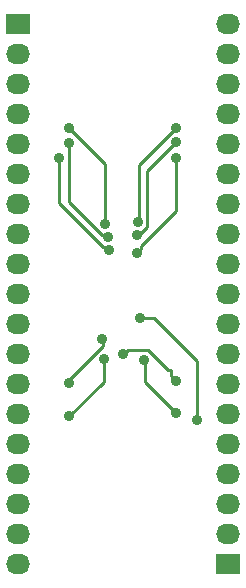
<source format=gbl>
G04 #@! TF.FileFunction,Copper,L2,Bot,Signal*
%FSLAX46Y46*%
G04 Gerber Fmt 4.6, Leading zero omitted, Abs format (unit mm)*
G04 Created by KiCad (PCBNEW (2015-02-18 BZR 5431)-product) date Sat Mar 14 17:37:27 2015*
%MOMM*%
G01*
G04 APERTURE LIST*
%ADD10C,0.100000*%
%ADD11R,2.032000X1.727200*%
%ADD12O,2.032000X1.727200*%
%ADD13C,0.889000*%
%ADD14C,0.254000*%
G04 APERTURE END LIST*
D10*
D11*
X118364000Y-142049500D03*
D12*
X118364000Y-139509500D03*
X118364000Y-136969500D03*
X118364000Y-134429500D03*
X118364000Y-131889500D03*
X118364000Y-129349500D03*
X118364000Y-126809500D03*
X118364000Y-124269500D03*
X118364000Y-121729500D03*
X118364000Y-119189500D03*
X118364000Y-116649500D03*
X118364000Y-114109500D03*
X118364000Y-111569500D03*
X118364000Y-109029500D03*
X118364000Y-106489500D03*
X118364000Y-103949500D03*
X118364000Y-101409500D03*
X118364000Y-98869500D03*
X118364000Y-96329500D03*
D11*
X100584000Y-96329500D03*
D12*
X100584000Y-98869500D03*
X100584000Y-101409500D03*
X100584000Y-103949500D03*
X100584000Y-106489500D03*
X100584000Y-109029500D03*
X100584000Y-111569500D03*
X100584000Y-114109500D03*
X100584000Y-116649500D03*
X100584000Y-119189500D03*
X100584000Y-121729500D03*
X100584000Y-124269500D03*
X100584000Y-126809500D03*
X100584000Y-129349500D03*
X100584000Y-131889500D03*
X100584000Y-134429500D03*
X100584000Y-136969500D03*
X100584000Y-139509500D03*
X100584000Y-142049500D03*
D13*
X104944490Y-105181400D03*
X107975400Y-113258600D03*
X104927400Y-106426000D03*
X108174037Y-114384210D03*
X104101890Y-107670600D03*
X108285331Y-115521781D03*
X104889320Y-126746000D03*
X107696000Y-123012200D03*
X104944490Y-129565400D03*
X107873800Y-124739400D03*
X113995510Y-129260600D03*
X111226600Y-124764800D03*
X113995510Y-126593600D03*
X109499400Y-124256800D03*
X115773200Y-129895600D03*
X110921800Y-121208800D03*
X113995510Y-107721400D03*
X110698073Y-115707601D03*
X114007732Y-106336625D03*
X110688532Y-114248806D03*
X113995510Y-105181400D03*
X110718600Y-113106200D03*
D14*
X104944490Y-105181400D02*
X107950000Y-108186910D01*
X107950000Y-108186910D02*
X107950000Y-113080800D01*
X107950000Y-113233200D02*
X107975400Y-113258600D01*
X107950000Y-113080800D02*
X107950000Y-113233200D01*
X104927400Y-111432342D02*
X107744258Y-114249200D01*
X104927400Y-106426000D02*
X104927400Y-111432342D01*
X107744258Y-114249200D02*
X108458000Y-114249200D01*
X108309047Y-114249200D02*
X108174037Y-114384210D01*
X108458000Y-114249200D02*
X108309047Y-114249200D01*
X104101890Y-111533805D02*
X107777796Y-115209711D01*
X104101890Y-107670600D02*
X104101890Y-111533805D01*
X107777796Y-115209711D02*
X108254800Y-115209711D01*
X108254800Y-115491250D02*
X108285331Y-115521781D01*
X108254800Y-115209711D02*
X108254800Y-115491250D01*
X104889320Y-126502138D02*
X107772200Y-123619258D01*
X104889320Y-126746000D02*
X104889320Y-126502138D01*
X107772200Y-123619258D02*
X107772200Y-123139200D01*
X107772200Y-123088400D02*
X107696000Y-123012200D01*
X107772200Y-123139200D02*
X107772200Y-123088400D01*
X104944490Y-129565400D02*
X107873800Y-126636090D01*
X107873800Y-126636090D02*
X107873800Y-124917200D01*
X107873800Y-124917200D02*
X107873800Y-124739400D01*
X113995510Y-129260600D02*
X111353600Y-126618690D01*
X111353600Y-126618690D02*
X111353600Y-124739400D01*
X111252000Y-124739400D02*
X111226600Y-124764800D01*
X111353600Y-124739400D02*
X111252000Y-124739400D01*
X113551011Y-126149101D02*
X113551011Y-125616011D01*
X113995510Y-126593600D02*
X113551011Y-126149101D01*
X111622841Y-123939299D02*
X109918501Y-123939299D01*
X113299553Y-125616011D02*
X111622841Y-123939299D01*
X113551011Y-125616011D02*
X113299553Y-125616011D01*
X109918501Y-123939299D02*
X109651800Y-124206000D01*
X109550200Y-124206000D02*
X109499400Y-124256800D01*
X109651800Y-124206000D02*
X109550200Y-124206000D01*
X115773200Y-129895600D02*
X115773200Y-124841000D01*
X115773200Y-124841000D02*
X112141000Y-121208800D01*
X112141000Y-121208800D02*
X111125000Y-121208800D01*
X111125000Y-121208800D02*
X110921800Y-121208800D01*
X113995510Y-112163570D02*
X110995480Y-115163600D01*
X113995510Y-107721400D02*
X113995510Y-112163570D01*
X110995480Y-115410194D02*
X110698073Y-115707601D01*
X110995480Y-115163600D02*
X110995480Y-115410194D01*
X110975142Y-114071400D02*
X110693200Y-114071400D01*
X111544101Y-113502441D02*
X110975142Y-114071400D01*
X111544101Y-108800256D02*
X111544101Y-113502441D01*
X114007732Y-106336625D02*
X111544101Y-108800256D01*
X110693200Y-114244138D02*
X110688532Y-114248806D01*
X110693200Y-114071400D02*
X110693200Y-114244138D01*
X113995510Y-105181400D02*
X110871000Y-108305910D01*
X110871000Y-108305910D02*
X110871000Y-113030000D01*
X110794800Y-113030000D02*
X110718600Y-113106200D01*
X110871000Y-113030000D02*
X110794800Y-113030000D01*
M02*

</source>
